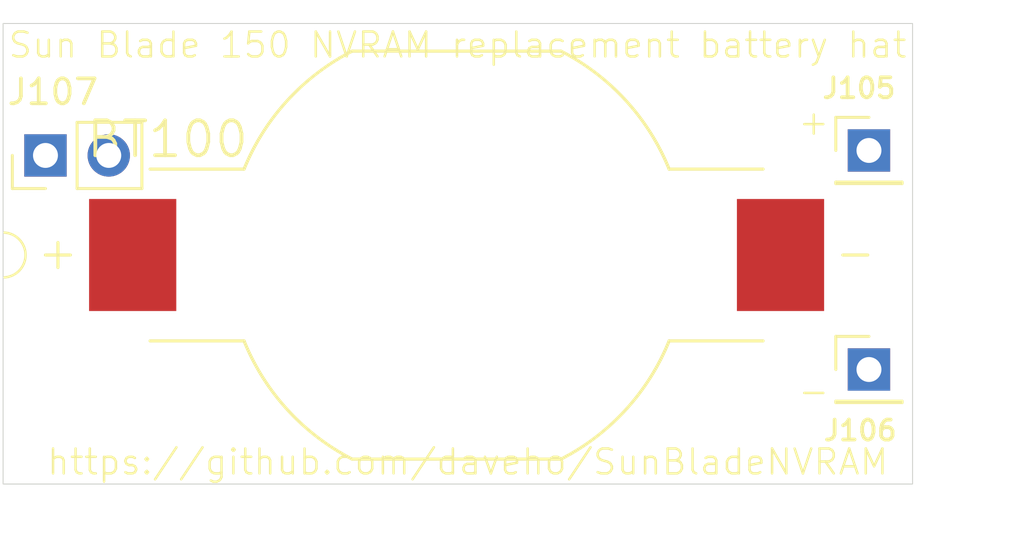
<source format=kicad_pcb>
(kicad_pcb (version 20240108) (generator "pcbnew") (generator_version "8.0")
  (title_block (rev "1"))
  (layers (0 "F.Cu" signal "Front") (31 "B.Cu" signal "Back") (34 "B.Paste" user) (35 "F.Paste" user) (36 "B.SilkS" user "B.Silkscreen") (37 "F.SilkS" user "F.Silkscreen") (38 "B.Mask" user) (39 "F.Mask" user) (44 "Edge.Cuts" user))
  (net 0 "")
  (net 1 "Net-(J105-Pin_1)")
  (net 2 "Net-(J106-Pin_1)")
  (footprint "Connector_PinHeader_2.54mm:PinHeader_1x01_P2.54mm_Vertical" (layer "F.Cu") (at 118 74.9)
    (property "Reference" "J105" (at -0.4 -2.5 0) (layer "F.SilkS") (effects (font (size 0.8 0.8))))
    (property "Value" "Conn_01x01_Pin")
    (fp_line (start -1.33 -1.33) (end 0 -1.33) (stroke (width 0.12)) (layer "F.SilkS"))
    (fp_line (start -1.33 0) (end -1.33 -1.33) (stroke (width 0.12)) (layer "F.SilkS"))
    (fp_line (start -1.33 1.27) (end -1.33 1.33) (stroke (width 0.12)) (layer "F.SilkS"))
    (fp_line (start -1.33 1.27) (end 1.33 1.27) (stroke (width 0.12)) (layer "F.SilkS"))
    (fp_line (start -1.33 1.33) (end 1.33 1.33) (stroke (width 0.12)) (layer "F.SilkS"))
    (fp_line (start 1.33 1.27) (end 1.33 1.33) (stroke (width 0.12)) (layer "F.SilkS"))
    (pad "1" thru_hole rect (at 0 0) (size 1.7 1.7) (drill 1) (layers "*.Cu" "*.Mask") (net 1 "Net-(J105-Pin_1)"))
  )
  (footprint "SunBladeNVRAM:BAT_BU1632SM-JJ-GTR" (layer "F.Cu") (at 101.45 79.1)
    (property "Reference" "BT100" (at -11.6 -4.65 0) (layer "F.SilkS") (effects (font (size 1.4 1.4))))
    (property "Value" "BU1632SM-JJ-GTR")
    (fp_line (start -16.5 0) (end -15.5 0) (stroke (width 0.127)) (layer "F.SilkS"))
    (fp_line (start -16 -0.5) (end -16 0.5) (stroke (width 0.127)) (layer "F.SilkS"))
    (fp_line (start -12.3 3.45) (end -8.53 3.45) (stroke (width 0.127)) (layer "F.SilkS"))
    (fp_line (start -8.53 -3.45) (end -12.3 -3.45) (stroke (width 0.127)) (layer "F.SilkS"))
    (fp_line (start -4.19 -8.19) (end 4.19 -8.19) (stroke (width 0.127)) (layer "F.SilkS"))
    (fp_line (start 4.19 8.2) (end -4.19 8.2) (stroke (width 0.127)) (layer "F.SilkS"))
    (fp_line (start 8.53 3.45) (end 12.3 3.45) (stroke (width 0.127)) (layer "F.SilkS"))
    (fp_line (start 12.3 -3.45) (end 8.53 -3.45) (stroke (width 0.127)) (layer "F.SilkS"))
    (fp_line (start 15.5 0) (end 16.5 0) (stroke (width 0.127)) (layer "F.SilkS"))
    (fp_arc (start -8.53 -3.45) (mid -6.787284 -6.211227) (end -4.19 -8.19) (stroke (width 0.127)) (layer "F.SilkS"))
    (fp_arc (start -4.19 8.2) (mid -6.788186 6.216227) (end -8.53 3.45) (stroke (width 0.127)) (layer "F.SilkS"))
    (fp_arc (start 4.19 -8.19) (mid 6.787284 -6.211226) (end 8.53 -3.45) (stroke (width 0.127)) (layer "F.SilkS"))
    (fp_arc (start 8.53 3.45) (mid 6.788186 6.216227) (end 4.19 8.2) (stroke (width 0.127)) (layer "F.SilkS"))
    (pad "+" smd rect (at -13 0) (size 3.5 4.5) (layers "F.Cu" "F.Paste" "F.Mask") (net 1 "Net-(J105-Pin_1)"))
    (pad "-" smd rect (at 13 0) (size 3.5 4.5) (layers "F.Cu" "F.Paste" "F.Mask") (net 2 "Net-(J106-Pin_1)"))
  )
  (footprint "Connector_PinHeader_2.54mm:PinHeader_1x01_P2.54mm_Vertical" (layer "F.Cu") (at 118 83.7)
    (property "Reference" "J106" (at -0.35 2.45 0) (layer "F.SilkS") (effects (font (size 0.8 0.8))))
    (property "Value" "Conn_01x01_Pin")
    (fp_line (start -1.33 -1.33) (end 0 -1.33) (stroke (width 0.12)) (layer "F.SilkS"))
    (fp_line (start -1.33 0) (end -1.33 -1.33) (stroke (width 0.12)) (layer "F.SilkS"))
    (fp_line (start -1.33 1.27) (end -1.33 1.33) (stroke (width 0.12)) (layer "F.SilkS"))
    (fp_line (start -1.33 1.27) (end 1.33 1.27) (stroke (width 0.12)) (layer "F.SilkS"))
    (fp_line (start -1.33 1.33) (end 1.33 1.33) (stroke (width 0.12)) (layer "F.SilkS"))
    (fp_line (start 1.33 1.27) (end 1.33 1.33) (stroke (width 0.12)) (layer "F.SilkS"))
    (pad "1" thru_hole rect (at 0 0) (size 1.7 1.7) (drill 1) (layers "*.Cu" "*.Mask") (net 2 "Net-(J106-Pin_1)"))
  )
  (footprint "Connector_PinHeader_2.54mm:PinHeader_1x02_P2.54mm_Vertical" (layer "F.Cu") (at 84.95 75.1 90)
    (property "Reference" "J107" (at 2.55 0.3 180) (layer "F.SilkS"))
    (property "Value" "Conn_01x02_Pin")
    (fp_line (start -1.33 -1.33) (end 0 -1.33) (stroke (width 0.12)) (layer "F.SilkS"))
    (fp_line (start -1.33 0) (end -1.33 -1.33) (stroke (width 0.12)) (layer "F.SilkS"))
    (fp_line (start 1.33 1.27) (end 1.33 3.87) (stroke (width 0.12)) (layer "F.SilkS"))
    (fp_line (start -1.33 1.27) (end 1.33 1.27) (stroke (width 0.12)) (layer "F.SilkS"))
    (fp_line (start -1.33 1.27) (end -1.33 3.87) (stroke (width 0.12)) (layer "F.SilkS"))
    (fp_line (start -1.33 3.87) (end 1.33 3.87) (stroke (width 0.12)) (layer "F.SilkS"))
    (pad "1" thru_hole rect (at 0 0 90) (size 1.7 1.7) (drill 1) (layers "*.Cu" "*.Mask"))
    (pad "2" thru_hole oval (at 0 2.54 90) (size 1.7 1.7) (drill 1) (layers "*.Cu" "*.Mask"))
  )
  (gr_arc (start 83.292875 78.199633) (mid 84.15138 79.096433) (end 83.3 79.999999) (stroke (width 0.1)) (layer "F.SilkS"))
  (gr_rect (start 83.25 69.8) (end 119.75 88.3) (stroke (width 0.0381)) (fill none) (layer "Edge.Cuts"))
  (gr_text "-" (at 115.1 85.15 0) (layer "F.SilkS") (effects (font (size 1 1) (thickness 0.1)) (justify left bottom)))
  (gr_text "https://github.com/daveho/SunBladeNVRAM" (at 84.95 88 0) (layer "F.SilkS") (effects (font (size 1 1) (thickness 0.1)) (justify left bottom)))
  (gr_text "Sun Blade 150 NVRAM replacement battery hat" (at 83.4 71.25 0) (layer "F.SilkS") (effects (font (size 1 1) (thickness 0.1)) (justify left bottom)))
  (gr_text "+" (at 115.1 74.35 0) (layer "F.SilkS") (effects (font (size 1 1) (thickness 0.1)) (justify left bottom)))
  (segment (start 114.45 79.1) (end 114.45 80.15) (width 0.508) (layer "F.Cu") (net 2))
)
</source>
